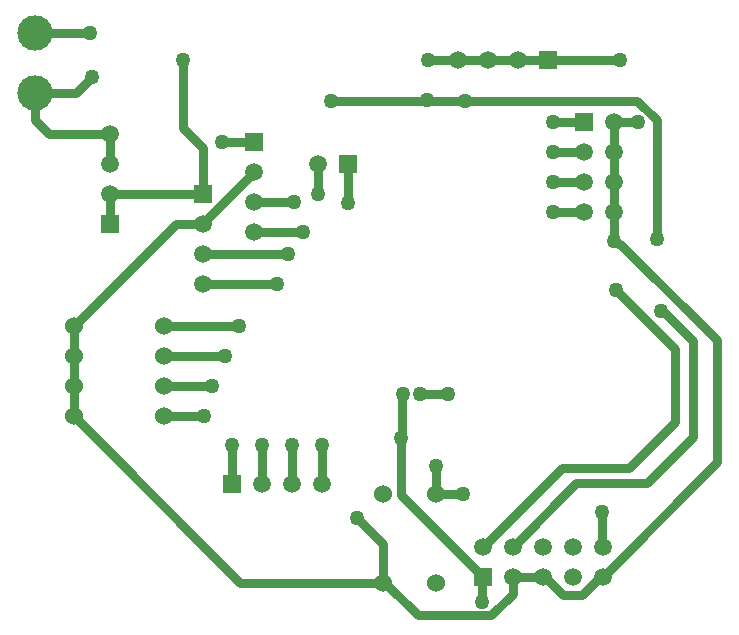
<source format=gbl>
G04*
G04 #@! TF.GenerationSoftware,Altium Limited,Altium Designer,21.7.2 (23)*
G04*
G04 Layer_Physical_Order=2*
G04 Layer_Color=16711680*
%FSLAX44Y44*%
%MOMM*%
G71*
G04*
G04 #@! TF.SameCoordinates,241FE447-49CF-43B9-AE7C-A52FE71AB9A0*
G04*
G04*
G04 #@! TF.FilePolarity,Positive*
G04*
G01*
G75*
%ADD20C,0.7620*%
%ADD21C,0.1778*%
%ADD22C,1.5000*%
%ADD23R,1.5000X1.5000*%
%ADD24R,1.5000X1.5000*%
%ADD25C,1.5240*%
%ADD26C,3.0000*%
%ADD27C,1.2700*%
D20*
X752602Y711200D02*
X804164D01*
X740918Y722884D02*
Y745998D01*
Y722884D02*
X752602Y711200D01*
X740918Y745998D02*
X775462D01*
X789178Y759714D01*
X882650Y660400D02*
Y699770D01*
X865886Y716534D02*
X882650Y699770D01*
X865886Y716534D02*
Y774192D01*
X849630Y497586D02*
X890270D01*
X849757Y523113D02*
X901065D01*
X901192Y523240D01*
X849630Y522986D02*
X849757Y523113D01*
X913511Y548513D02*
X913638Y548640D01*
X849757Y548513D02*
X913511D01*
X849630Y548386D02*
X849757Y548513D01*
X925830Y628650D02*
X967486D01*
X1005586Y653288D02*
Y685546D01*
X1005840Y685800D01*
X1005332Y653034D02*
X1005586Y653288D01*
X1072271Y739433D02*
X1072564Y739726D01*
X991655Y739433D02*
X1072271D01*
X991362Y739140D02*
X991655Y739433D01*
X991108Y739394D02*
X991362Y739140D01*
X1072564Y739726D02*
X1072857Y739433D01*
X804164Y635000D02*
Y660400D01*
X882650D01*
X1119632Y361950D02*
X1186434Y428752D01*
X1243838D02*
X1282192Y467106D01*
X1186434Y428752D02*
X1243838D01*
X1258824Y415544D02*
X1297686Y454406D01*
X1198626Y415544D02*
X1258824D01*
X1145032Y361950D02*
X1198626Y415544D01*
X860044Y635000D02*
X882650D01*
X773430Y548386D02*
X860044Y635000D01*
X1119505Y336423D02*
X1119632Y336550D01*
X1037282Y331376D02*
X1064874Y303784D01*
X1126998D01*
X1119505Y315087D02*
Y336423D01*
X1119378Y314960D02*
X1119505Y315087D01*
X1126998Y303784D02*
X1145032Y321818D01*
Y336550D01*
X1066927Y491363D02*
X1090549D01*
X1066800Y491236D02*
X1066927Y491363D01*
X1090549D02*
X1090676Y491490D01*
X1297686Y454406D02*
Y535940D01*
X1282192Y467106D02*
Y529590D01*
X1235894Y773868D02*
X1235964Y773938D01*
X1174940Y773798D02*
X1175010Y773868D01*
X1235894D01*
X1231011Y721233D02*
X1251331D01*
X1251458Y721106D01*
X1230884Y721360D02*
X1231011Y721233D01*
X1250696Y739394D02*
X1266952Y723138D01*
X1105154Y739394D02*
X1250696D01*
X1266952Y622046D02*
Y723138D01*
X1230630Y621030D02*
X1232005D01*
X1236218Y618490D02*
X1318006Y536702D01*
Y433324D02*
Y536702D01*
X1232005Y621030D02*
X1234545Y618490D01*
X1236218D01*
X1230630Y621030D02*
X1230757Y621157D01*
Y644525D01*
X1230884Y644652D01*
Y670560D01*
X1221232Y336550D02*
X1318006Y433324D01*
X1271016Y561594D02*
X1272032D01*
X1232662Y579120D02*
X1282192Y529590D01*
X1272032Y561594D02*
X1297686Y535940D01*
X1179068Y645160D02*
X1205484D01*
X925703Y704723D02*
X925830Y704850D01*
X898779Y704723D02*
X925703D01*
X898652Y704596D02*
X898779Y704723D01*
X1072857Y739433D02*
X1104607D01*
X1104900Y739140D01*
X1105154Y739394D01*
X882777Y584327D02*
X945261D01*
X882650Y609600D02*
X954532D01*
X925830Y678815D02*
Y679450D01*
X882650Y635000D02*
Y635635D01*
X925830Y678815D01*
Y654050D02*
X960120D01*
X980440Y660146D02*
Y685800D01*
X804164D02*
Y711200D01*
X773430Y522986D02*
Y548386D01*
X1035220Y331376D02*
X1037282D01*
X773430Y472186D02*
X914240Y331376D01*
X1035220D01*
Y364066D01*
X1013460Y385826D02*
X1035220Y364066D01*
X1073347Y773995D02*
X1098543D01*
X1073150Y774192D02*
X1073347Y773995D01*
X1098543D02*
X1098740Y773798D01*
X1179068Y670560D02*
X1205484D01*
X1179068Y695960D02*
X1205484D01*
X1179068Y721360D02*
X1205484D01*
X1220978Y362204D02*
X1221232Y361950D01*
X1220724Y390906D02*
X1220978Y390652D01*
Y362204D02*
Y390652D01*
X1149540Y773798D02*
X1174940D01*
X1124140D02*
X1149540D01*
X1098740D02*
X1124140D01*
X1230884Y670560D02*
Y695960D01*
Y721360D01*
X1172429Y336550D02*
X1187669Y321310D01*
X1203995D02*
X1219235Y336550D01*
X1187669Y321310D02*
X1203995D01*
X1145032Y336550D02*
X1170432D01*
X1172429D01*
X1219235D02*
X1221232D01*
X1050290Y454152D02*
X1051052Y454914D01*
Y490728D01*
X1051814Y491490D01*
X1050290Y405892D02*
Y454152D01*
Y405892D02*
X1119632Y336550D01*
X1080262Y406400D02*
Y430022D01*
X1080389Y406527D02*
X1102995D01*
X1103122Y406654D01*
X933196Y415290D02*
Y448056D01*
X958596Y415290D02*
Y448056D01*
X983996Y415290D02*
Y448056D01*
X907796Y415290D02*
Y448056D01*
X883793Y472313D02*
X883920Y472440D01*
X849757Y472313D02*
X883793D01*
X849630Y472186D02*
X849757Y472313D01*
X773430Y472186D02*
Y497586D01*
Y522986D01*
X740918Y796798D02*
X786892D01*
D21*
X882650Y584200D02*
X882777Y584327D01*
X945261D02*
X945388Y584454D01*
X954532Y609600D02*
X954786Y609346D01*
D22*
X804164Y711200D02*
D03*
Y685800D02*
D03*
Y660400D02*
D03*
X1230884Y645160D02*
D03*
Y670560D02*
D03*
Y695960D02*
D03*
Y721360D02*
D03*
X1205484Y645160D02*
D03*
Y670560D02*
D03*
Y695960D02*
D03*
X933196Y415290D02*
D03*
X958596D02*
D03*
X983996D02*
D03*
X980440Y685800D02*
D03*
X1221232Y361950D02*
D03*
Y336550D02*
D03*
X1195832Y361950D02*
D03*
Y336550D02*
D03*
X1170432Y361950D02*
D03*
Y336550D02*
D03*
X1145032Y361950D02*
D03*
Y336550D02*
D03*
X1119632Y361950D02*
D03*
X925830Y628650D02*
D03*
Y654050D02*
D03*
Y679450D02*
D03*
X1098740Y773798D02*
D03*
X1124140D02*
D03*
X1149540D02*
D03*
X882650Y584200D02*
D03*
Y609600D02*
D03*
Y635000D02*
D03*
D23*
X804164D02*
D03*
X1205484Y721360D02*
D03*
X925830Y704850D02*
D03*
X882650Y660400D02*
D03*
D24*
X907796Y415290D02*
D03*
X1005840Y685800D02*
D03*
X1119632Y336550D02*
D03*
X1174940Y773798D02*
D03*
D25*
X773430Y472186D02*
D03*
Y497586D02*
D03*
Y522986D02*
D03*
Y548386D02*
D03*
X849630Y472186D02*
D03*
Y497586D02*
D03*
Y522986D02*
D03*
Y548386D02*
D03*
X1080262Y406400D02*
D03*
X1035262D02*
D03*
X1080262Y331400D02*
D03*
X1035220Y331376D02*
D03*
D26*
X740918Y745998D02*
D03*
Y796798D02*
D03*
D27*
X789178Y759714D02*
D03*
X865886Y774192D02*
D03*
X890270Y497586D02*
D03*
X901192Y523240D02*
D03*
X913638Y548640D02*
D03*
X967486Y628650D02*
D03*
X1005332Y653034D02*
D03*
X991362Y739140D02*
D03*
X1119378Y314960D02*
D03*
X1090676Y491490D02*
D03*
X1066800Y491236D02*
D03*
X1235964Y773938D02*
D03*
X1251458Y721106D02*
D03*
X1266952Y622046D02*
D03*
X1230630Y621030D02*
D03*
X1179068Y645160D02*
D03*
X898652Y704596D02*
D03*
X1232662Y579120D02*
D03*
X1271016Y561594D02*
D03*
X1072564Y739726D02*
D03*
X1104900Y739140D02*
D03*
X945388Y584454D02*
D03*
X954786Y609346D02*
D03*
X960120Y654050D02*
D03*
X980440Y660146D02*
D03*
X1013460Y385826D02*
D03*
X1073150Y774192D02*
D03*
X1179068Y670560D02*
D03*
Y695960D02*
D03*
Y721360D02*
D03*
X1220724Y390906D02*
D03*
X1051814Y491490D02*
D03*
X1050290Y454152D02*
D03*
X1080530Y430022D02*
D03*
X1103122Y406654D02*
D03*
X907796Y448056D02*
D03*
X883920Y472440D02*
D03*
X933196Y448056D02*
D03*
X958596D02*
D03*
X983996D02*
D03*
X786892Y796798D02*
D03*
M02*

</source>
